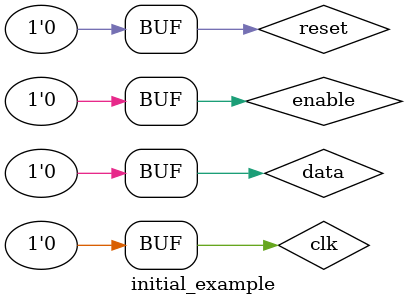
<source format=v>
module initial_example();
reg clk,reset,enable,data;

initial begin
 clk = 0;
 reset = 0;
 enable = 0;
 data = 0;
end

endmodule

</source>
